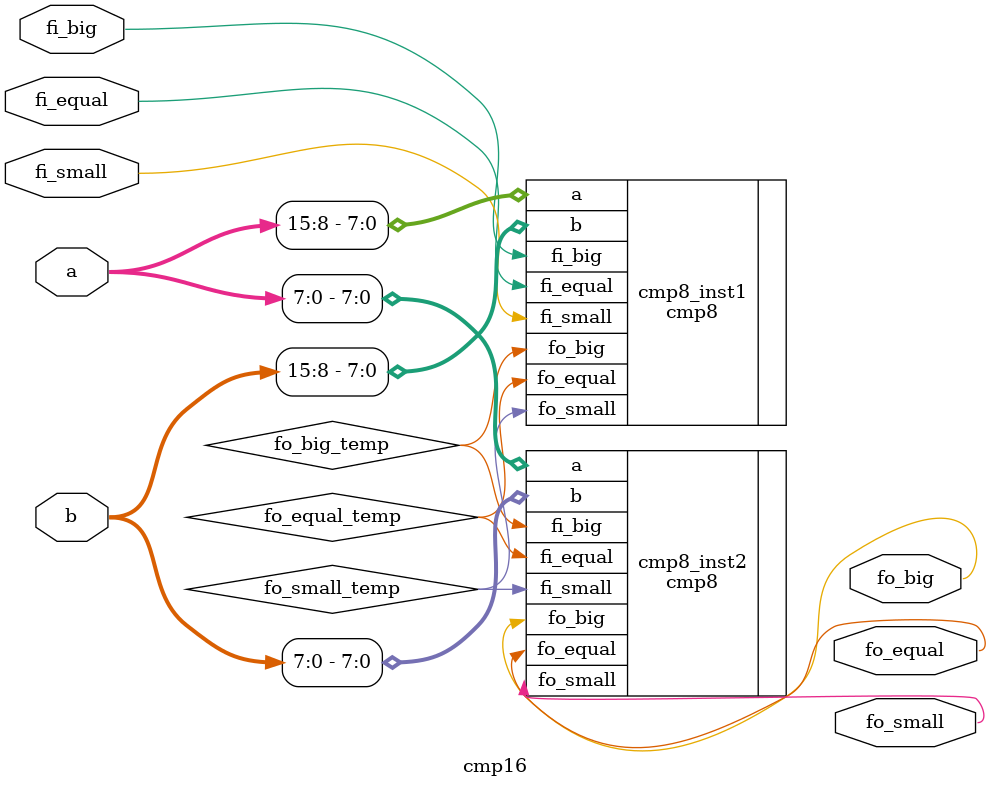
<source format=v>
module cmp16(
    input   wire    [15:0]  a,
    input   wire    [15:0]  b,
    input   wire                fi_big,
    input   wire                fi_equal,
    input   wire                fi_small,
 
    output      wire                fo_big,
    output      wire                fo_equal,
    output      wire                fo_small
);
 
    wire         fo_big_temp;
    wire         fo_equal_temp;
    wire         fo_small_temp;
 
        cmp8    cmp8_inst1(
            .a              (a[15:8]),
            .b              (b[15:8]),
            .fi_big     (fi_big),  
            .fi_equal   (fi_equal),
            .fi_small   (fi_small),
             
 
            .fo_big     (fo_big_temp), 
            .fo_equal   (fo_equal_temp),   
            .fo_small   (fo_small_temp)
        );
 
        cmp8    cmp8_inst2(
            .a              (a[7:0]),
            .b              (b[7:0]),
            .fi_big     (fo_big_temp), 
            .fi_equal   (fo_equal_temp),   
            .fi_small   (fo_small_temp),
             
            .fo_big     (fo_big),  
            .fo_equal   (fo_equal),
            .fo_small   (fo_small)
        ); 
 
endmodule
</source>
